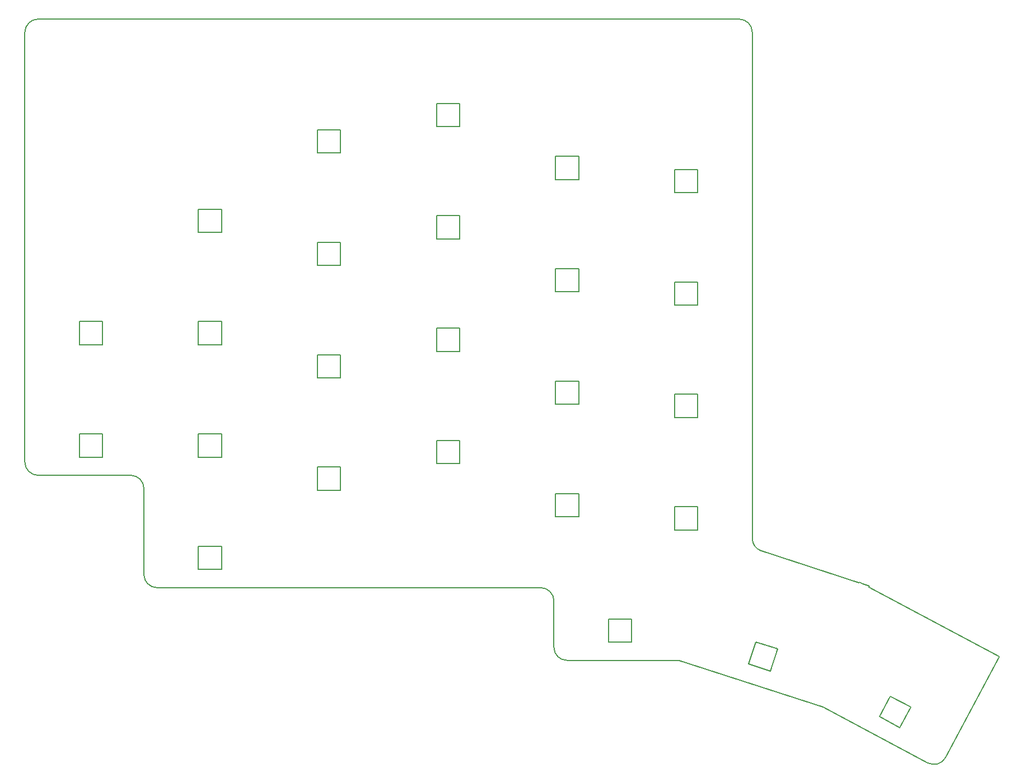
<source format=gbr>
%TF.GenerationSoftware,KiCad,Pcbnew,9.0.6*%
%TF.CreationDate,2025-11-21T16:08:54+01:00*%
%TF.ProjectId,main_pcb,6d61696e-5f70-4636-922e-6b696361645f,v1.0.0*%
%TF.SameCoordinates,Original*%
%TF.FileFunction,Profile,NP*%
%FSLAX46Y46*%
G04 Gerber Fmt 4.6, Leading zero omitted, Abs format (unit mm)*
G04 Created by KiCad (PCBNEW 9.0.6) date 2025-11-21 16:08:54*
%MOMM*%
%LPD*%
G01*
G04 APERTURE LIST*
%TA.AperFunction,Profile*%
%ADD10C,0.150000*%
%TD*%
G04 APERTURE END LIST*
D10*
X154000000Y-170500000D02*
G75*
G02*
X152000000Y-168500000I0J2000000D01*
G01*
X198116623Y-158727797D02*
X198168575Y-158630090D01*
X90000000Y-157500000D02*
X90000000Y-144500000D01*
X211237459Y-185172401D02*
X219359317Y-169897407D01*
X199670009Y-159428417D02*
X219359317Y-169897407D01*
X183381966Y-153940216D02*
X198116623Y-158727797D01*
X74000000Y-142500000D02*
G75*
G02*
X72000000Y-140500000I0J2000000D01*
G01*
X170920808Y-170500000D02*
X192678188Y-177569401D01*
X154000000Y-170500000D02*
X170920808Y-170500000D01*
X74000000Y-73500000D02*
X180000000Y-73500000D01*
X152000000Y-161500000D02*
X152000000Y-168500000D01*
X211237459Y-185172401D02*
G75*
G02*
X208532636Y-185999325I-1765859J938901D01*
G01*
X192678188Y-177569401D02*
X208532621Y-185999353D01*
X183381966Y-153940216D02*
G75*
G02*
X181999997Y-152038103I618034J1902116D01*
G01*
X150000000Y-159500000D02*
G75*
G02*
X152000000Y-161500000I0J-2000000D01*
G01*
X198168575Y-158630090D02*
X198722697Y-158924722D01*
X92000000Y-159500000D02*
X150000000Y-159500000D01*
X72000000Y-75500000D02*
G75*
G02*
X74000000Y-73500000I2000000J0D01*
G01*
X198722697Y-158924722D02*
X199727581Y-159251228D01*
X92000000Y-159500000D02*
G75*
G02*
X90000000Y-157500000I0J2000000D01*
G01*
X199727581Y-159251228D02*
X199670009Y-159428417D01*
X88000000Y-142500000D02*
G75*
G02*
X90000000Y-144500000I0J-2000000D01*
G01*
X180000000Y-73500000D02*
G75*
G02*
X182000000Y-75500000I0J-2000000D01*
G01*
X182000000Y-152038103D02*
X182000000Y-75500000D01*
X72000000Y-140500000D02*
X72000000Y-75500000D01*
X74000000Y-142500000D02*
X88000000Y-142500000D01*
%TO.C,LED24*%
X181443617Y-171027547D02*
X184772315Y-172109107D01*
X182525177Y-167698849D02*
X181443617Y-171027547D01*
X184772315Y-172109107D02*
X185853875Y-168780409D01*
X185853875Y-168780409D02*
X182525177Y-167698849D01*
%TO.C,LED14*%
X152250000Y-128250000D02*
X152250000Y-131750000D01*
X152250000Y-131750000D02*
X155750000Y-131750000D01*
X155750000Y-128250000D02*
X152250000Y-128250000D01*
X155750000Y-131750000D02*
X155750000Y-128250000D01*
%TO.C,LED22*%
X80250000Y-119250000D02*
X80250000Y-122750000D01*
X80250000Y-122750000D02*
X83750000Y-122750000D01*
X83750000Y-119250000D02*
X80250000Y-119250000D01*
X83750000Y-122750000D02*
X83750000Y-119250000D01*
%TO.C,LED21*%
X80250000Y-136250000D02*
X80250000Y-139750000D01*
X80250000Y-139750000D02*
X83750000Y-139750000D01*
X83750000Y-136250000D02*
X80250000Y-136250000D01*
X83750000Y-139750000D02*
X83750000Y-136250000D01*
%TO.C,LED12*%
X134250000Y-86250000D02*
X134250000Y-89750000D01*
X134250000Y-89750000D02*
X137750000Y-89750000D01*
X137750000Y-86250000D02*
X134250000Y-86250000D01*
X137750000Y-89750000D02*
X137750000Y-86250000D01*
%TO.C,LED2*%
X98250000Y-136250000D02*
X98250000Y-139750000D01*
X98250000Y-139750000D02*
X101750000Y-139750000D01*
X101750000Y-136250000D02*
X98250000Y-136250000D01*
X101750000Y-139750000D02*
X101750000Y-136250000D01*
%TO.C,LED23*%
X160250000Y-164250000D02*
X160250000Y-167750000D01*
X160250000Y-167750000D02*
X163750000Y-167750000D01*
X163750000Y-164250000D02*
X160250000Y-164250000D01*
X163750000Y-167750000D02*
X163750000Y-164250000D01*
%TO.C,LED20*%
X170250000Y-96250000D02*
X170250000Y-99750000D01*
X170250000Y-99750000D02*
X173750000Y-99750000D01*
X173750000Y-96250000D02*
X170250000Y-96250000D01*
X173750000Y-99750000D02*
X173750000Y-96250000D01*
%TO.C,LED7*%
X116250000Y-107250000D02*
X116250000Y-110750000D01*
X116250000Y-110750000D02*
X119750000Y-110750000D01*
X119750000Y-107250000D02*
X116250000Y-107250000D01*
X119750000Y-110750000D02*
X119750000Y-107250000D01*
%TO.C,LED11*%
X134250000Y-103250000D02*
X134250000Y-106750000D01*
X134250000Y-106750000D02*
X137750000Y-106750000D01*
X137750000Y-103250000D02*
X134250000Y-103250000D01*
X137750000Y-106750000D02*
X137750000Y-103250000D01*
%TO.C,LED1*%
X98250000Y-153250000D02*
X98250000Y-156750000D01*
X98250000Y-156750000D02*
X101750000Y-156750000D01*
X101750000Y-153250000D02*
X98250000Y-153250000D01*
X101750000Y-156750000D02*
X101750000Y-153250000D01*
%TO.C,LED13*%
X152250000Y-145250000D02*
X152250000Y-148750000D01*
X152250000Y-148750000D02*
X155750000Y-148750000D01*
X155750000Y-145250000D02*
X152250000Y-145250000D01*
X155750000Y-148750000D02*
X155750000Y-145250000D01*
%TO.C,LED3*%
X98250000Y-119250000D02*
X98250000Y-122750000D01*
X98250000Y-122750000D02*
X101750000Y-122750000D01*
X101750000Y-119250000D02*
X98250000Y-119250000D01*
X101750000Y-122750000D02*
X101750000Y-119250000D01*
%TO.C,LED10*%
X134250000Y-120250000D02*
X134250000Y-123750000D01*
X134250000Y-123750000D02*
X137750000Y-123750000D01*
X137750000Y-120250000D02*
X134250000Y-120250000D01*
X137750000Y-123750000D02*
X137750000Y-120250000D01*
%TO.C,LED19*%
X170250000Y-113250000D02*
X170250000Y-116750000D01*
X170250000Y-116750000D02*
X173750000Y-116750000D01*
X173750000Y-113250000D02*
X170250000Y-113250000D01*
X173750000Y-116750000D02*
X173750000Y-113250000D01*
%TO.C,LED8*%
X116250000Y-90250000D02*
X116250000Y-93750000D01*
X116250000Y-93750000D02*
X119750000Y-93750000D01*
X119750000Y-90250000D02*
X116250000Y-90250000D01*
X119750000Y-93750000D02*
X119750000Y-90250000D01*
%TO.C,LED25*%
X201214928Y-178993899D02*
X204305245Y-180637050D01*
X202858079Y-175903582D02*
X201214928Y-178993899D01*
X204305245Y-180637050D02*
X205948396Y-177546733D01*
X205948396Y-177546733D02*
X202858079Y-175903582D01*
%TO.C,LED6*%
X116250000Y-124250000D02*
X116250000Y-127750000D01*
X116250000Y-127750000D02*
X119750000Y-127750000D01*
X119750000Y-124250000D02*
X116250000Y-124250000D01*
X119750000Y-127750000D02*
X119750000Y-124250000D01*
%TO.C,LED4*%
X98250000Y-102250000D02*
X98250000Y-105750000D01*
X98250000Y-105750000D02*
X101750000Y-105750000D01*
X101750000Y-102250000D02*
X98250000Y-102250000D01*
X101750000Y-105750000D02*
X101750000Y-102250000D01*
%TO.C,LED17*%
X170250000Y-147250000D02*
X170250000Y-150750000D01*
X170250000Y-150750000D02*
X173750000Y-150750000D01*
X173750000Y-147250000D02*
X170250000Y-147250000D01*
X173750000Y-150750000D02*
X173750000Y-147250000D01*
%TO.C,LED16*%
X152250000Y-94250000D02*
X152250000Y-97750000D01*
X152250000Y-97750000D02*
X155750000Y-97750000D01*
X155750000Y-94250000D02*
X152250000Y-94250000D01*
X155750000Y-97750000D02*
X155750000Y-94250000D01*
%TO.C,LED5*%
X116250000Y-141250000D02*
X116250000Y-144750000D01*
X116250000Y-144750000D02*
X119750000Y-144750000D01*
X119750000Y-141250000D02*
X116250000Y-141250000D01*
X119750000Y-144750000D02*
X119750000Y-141250000D01*
%TO.C,LED15*%
X152250000Y-111250000D02*
X152250000Y-114750000D01*
X152250000Y-114750000D02*
X155750000Y-114750000D01*
X155750000Y-111250000D02*
X152250000Y-111250000D01*
X155750000Y-114750000D02*
X155750000Y-111250000D01*
%TO.C,LED9*%
X134250000Y-137250000D02*
X134250000Y-140750000D01*
X134250000Y-140750000D02*
X137750000Y-140750000D01*
X137750000Y-137250000D02*
X134250000Y-137250000D01*
X137750000Y-140750000D02*
X137750000Y-137250000D01*
%TO.C,LED18*%
X170250000Y-130250000D02*
X170250000Y-133750000D01*
X170250000Y-133750000D02*
X173750000Y-133750000D01*
X173750000Y-130250000D02*
X170250000Y-130250000D01*
X173750000Y-133750000D02*
X173750000Y-130250000D01*
%TD*%
M02*

</source>
